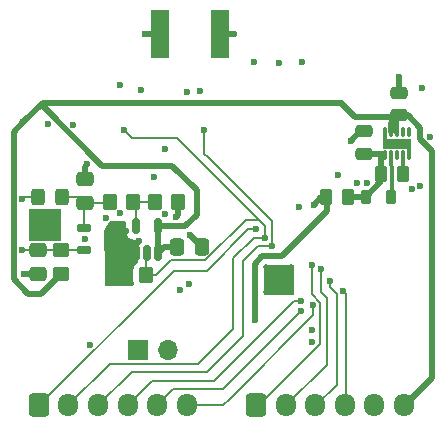
<source format=gbl>
%TF.GenerationSoftware,KiCad,Pcbnew,8.0.8*%
%TF.CreationDate,2025-02-12T15:02:29-05:00*%
%TF.ProjectId,high-power-module,68696768-2d70-46f7-9765-722d6d6f6475,rev?*%
%TF.SameCoordinates,Original*%
%TF.FileFunction,Copper,L4,Bot*%
%TF.FilePolarity,Positive*%
%FSLAX46Y46*%
G04 Gerber Fmt 4.6, Leading zero omitted, Abs format (unit mm)*
G04 Created by KiCad (PCBNEW 8.0.8) date 2025-02-12 15:02:29*
%MOMM*%
%LPD*%
G01*
G04 APERTURE LIST*
G04 Aperture macros list*
%AMRoundRect*
0 Rectangle with rounded corners*
0 $1 Rounding radius*
0 $2 $3 $4 $5 $6 $7 $8 $9 X,Y pos of 4 corners*
0 Add a 4 corners polygon primitive as box body*
4,1,4,$2,$3,$4,$5,$6,$7,$8,$9,$2,$3,0*
0 Add four circle primitives for the rounded corners*
1,1,$1+$1,$2,$3*
1,1,$1+$1,$4,$5*
1,1,$1+$1,$6,$7*
1,1,$1+$1,$8,$9*
0 Add four rect primitives between the rounded corners*
20,1,$1+$1,$2,$3,$4,$5,0*
20,1,$1+$1,$4,$5,$6,$7,0*
20,1,$1+$1,$6,$7,$8,$9,0*
20,1,$1+$1,$8,$9,$2,$3,0*%
G04 Aperture macros list end*
%TA.AperFunction,ComponentPad*%
%ADD10R,1.700000X1.700000*%
%TD*%
%TA.AperFunction,ComponentPad*%
%ADD11O,1.700000X1.700000*%
%TD*%
%TA.AperFunction,SMDPad,CuDef*%
%ADD12R,1.524000X4.064000*%
%TD*%
%TA.AperFunction,ComponentPad*%
%ADD13C,0.500000*%
%TD*%
%TA.AperFunction,SMDPad,CuDef*%
%ADD14R,2.700000X2.700000*%
%TD*%
%TA.AperFunction,ComponentPad*%
%ADD15RoundRect,0.250000X-0.600000X-0.725000X0.600000X-0.725000X0.600000X0.725000X-0.600000X0.725000X0*%
%TD*%
%TA.AperFunction,ComponentPad*%
%ADD16O,1.700000X1.950000*%
%TD*%
%TA.AperFunction,HeatsinkPad*%
%ADD17C,0.500000*%
%TD*%
%TA.AperFunction,HeatsinkPad*%
%ADD18R,2.600000X2.600000*%
%TD*%
%TA.AperFunction,SMDPad,CuDef*%
%ADD19RoundRect,0.250000X-0.337500X-0.475000X0.337500X-0.475000X0.337500X0.475000X-0.337500X0.475000X0*%
%TD*%
%TA.AperFunction,SMDPad,CuDef*%
%ADD20RoundRect,0.250000X-0.350000X-0.450000X0.350000X-0.450000X0.350000X0.450000X-0.350000X0.450000X0*%
%TD*%
%TA.AperFunction,SMDPad,CuDef*%
%ADD21RoundRect,0.250000X0.350000X0.450000X-0.350000X0.450000X-0.350000X-0.450000X0.350000X-0.450000X0*%
%TD*%
%TA.AperFunction,SMDPad,CuDef*%
%ADD22RoundRect,0.250000X0.325000X0.450000X-0.325000X0.450000X-0.325000X-0.450000X0.325000X-0.450000X0*%
%TD*%
%TA.AperFunction,SMDPad,CuDef*%
%ADD23RoundRect,0.250000X-0.475000X0.250000X-0.475000X-0.250000X0.475000X-0.250000X0.475000X0.250000X0*%
%TD*%
%TA.AperFunction,SMDPad,CuDef*%
%ADD24RoundRect,0.162500X-0.447500X-0.162500X0.447500X-0.162500X0.447500X0.162500X-0.447500X0.162500X0*%
%TD*%
%TA.AperFunction,SMDPad,CuDef*%
%ADD25RoundRect,0.250000X0.262500X0.450000X-0.262500X0.450000X-0.262500X-0.450000X0.262500X-0.450000X0*%
%TD*%
%TA.AperFunction,SMDPad,CuDef*%
%ADD26RoundRect,0.250000X-0.475000X0.337500X-0.475000X-0.337500X0.475000X-0.337500X0.475000X0.337500X0*%
%TD*%
%TA.AperFunction,SMDPad,CuDef*%
%ADD27RoundRect,0.017550X-0.117450X0.352450X-0.117450X-0.352450X0.117450X-0.352450X0.117450X0.352450X0*%
%TD*%
%TA.AperFunction,SMDPad,CuDef*%
%ADD28R,2.400000X0.840000*%
%TD*%
%TA.AperFunction,SMDPad,CuDef*%
%ADD29RoundRect,0.250000X0.475000X-0.337500X0.475000X0.337500X-0.475000X0.337500X-0.475000X-0.337500X0*%
%TD*%
%TA.AperFunction,SMDPad,CuDef*%
%ADD30RoundRect,0.150000X0.150000X-0.512500X0.150000X0.512500X-0.150000X0.512500X-0.150000X-0.512500X0*%
%TD*%
%TA.AperFunction,SMDPad,CuDef*%
%ADD31RoundRect,0.250000X0.450000X-0.350000X0.450000X0.350000X-0.450000X0.350000X-0.450000X-0.350000X0*%
%TD*%
%TA.AperFunction,SMDPad,CuDef*%
%ADD32RoundRect,0.250000X0.475000X-0.250000X0.475000X0.250000X-0.475000X0.250000X-0.475000X-0.250000X0*%
%TD*%
%TA.AperFunction,SMDPad,CuDef*%
%ADD33RoundRect,0.218750X0.218750X0.381250X-0.218750X0.381250X-0.218750X-0.381250X0.218750X-0.381250X0*%
%TD*%
%TA.AperFunction,ViaPad*%
%ADD34C,0.600000*%
%TD*%
%TA.AperFunction,Conductor*%
%ADD35C,0.508000*%
%TD*%
%TA.AperFunction,Conductor*%
%ADD36C,0.304800*%
%TD*%
%TA.AperFunction,Conductor*%
%ADD37C,0.152400*%
%TD*%
%TA.AperFunction,Conductor*%
%ADD38C,0.200000*%
%TD*%
G04 APERTURE END LIST*
D10*
%TO.P,J4,1,Pin_1*%
%TO.N,GND*%
X136260000Y-99100000D03*
D11*
%TO.P,J4,2,Pin_2*%
%TO.N,Net-(J4-Pin_2)*%
X138800000Y-99100000D03*
%TD*%
D12*
%TO.P,J2,2,Ext*%
%TO.N,GND*%
X143200000Y-72400000D03*
X138120000Y-72400000D03*
%TD*%
D13*
%TO.P,PA1,25,GND*%
%TO.N,GND*%
X127450000Y-89510000D03*
X128090000Y-89510000D03*
X128730000Y-89510000D03*
X129370000Y-89510000D03*
X127450000Y-88870000D03*
X128090000Y-88870000D03*
X128730000Y-88870000D03*
X129370000Y-88870000D03*
D14*
X128410000Y-88550000D03*
D13*
X127450000Y-88230000D03*
X128090000Y-88230000D03*
X128730000Y-88230000D03*
X129370000Y-88230000D03*
X127450000Y-87590000D03*
X128090000Y-87590000D03*
X128730000Y-87590000D03*
X129370000Y-87590000D03*
%TD*%
D15*
%TO.P,J3,1,Pin_1*%
%TO.N,SDN*%
X127900000Y-103800000D03*
D16*
%TO.P,J3,2,Pin_2*%
%TO.N,GPIO3*%
X130400000Y-103800000D03*
%TO.P,J3,3,Pin_3*%
%TO.N,GPIO2*%
X132900000Y-103800000D03*
%TO.P,J3,4,Pin_4*%
%TO.N,GPIO1*%
X135400000Y-103800000D03*
%TO.P,J3,5,Pin_5*%
%TO.N,GPIO0*%
X137900000Y-103800000D03*
%TO.P,J3,6,Pin_6*%
%TO.N,IRQ*%
X140400000Y-103800000D03*
%TD*%
D15*
%TO.P,J1,1,Pin_1*%
%TO.N,CS*%
X146300000Y-103800000D03*
D16*
%TO.P,J1,2,Pin_2*%
%TO.N,MOSI*%
X148800000Y-103800000D03*
%TO.P,J1,3,Pin_3*%
%TO.N,MISO*%
X151300000Y-103800000D03*
%TO.P,J1,4,Pin_4*%
%TO.N,SCLK*%
X153800000Y-103800000D03*
%TO.P,J1,5,Pin_5*%
%TO.N,GND*%
X156300000Y-103800000D03*
%TO.P,J1,6,Pin_6*%
%TO.N,+5V*%
X158800000Y-103800000D03*
%TD*%
D17*
%TO.P,U1,21,GND*%
%TO.N,GND*%
X147150000Y-92125000D03*
X147150000Y-94225000D03*
D18*
X148200000Y-93175000D03*
D17*
X149250000Y-92125000D03*
X149250000Y-94225000D03*
%TD*%
D19*
%TO.P,CB5,1*%
%TO.N,+5V*%
X139600000Y-90400000D03*
%TO.P,CB5,2*%
%TO.N,GND*%
X141675000Y-90400000D03*
%TD*%
D20*
%TO.P,R13,1*%
%TO.N,AND*%
X133900000Y-86600000D03*
%TO.P,R13,2*%
%TO.N,Net-(R13-Pad2)*%
X135900000Y-86600000D03*
%TD*%
D21*
%TO.P,R2,1*%
%TO.N,GND*%
X139700000Y-86600000D03*
%TO.P,R2,2*%
%TO.N,Net-(R13-Pad2)*%
X137700000Y-86600000D03*
%TD*%
D22*
%TO.P,R3,1,1*%
%TO.N,AND*%
X129850000Y-86200000D03*
%TO.P,R3,2,2*%
%TO.N,Net-(PA1-Iref)*%
X127800000Y-86200000D03*
%TD*%
D23*
%TO.P,CIN1,1*%
%TO.N,GND*%
X158400000Y-77350000D03*
%TO.P,CIN1,2*%
%TO.N,+5V*%
X158400000Y-79250000D03*
%TD*%
D24*
%TO.P,D1,1,K*%
%TO.N,Net-(PA1-Vbias)*%
X131700000Y-90650000D03*
%TO.P,D1,2,K*%
%TO.N,AND*%
X131700000Y-88750000D03*
%TO.P,D1,3,A*%
%TO.N,GND*%
X134320000Y-89700000D03*
%TD*%
D25*
%TO.P,R16,1*%
%TO.N,Net-(U3-PG)*%
X158712500Y-84250000D03*
%TO.P,R16,2*%
%TO.N,Net-(U3-VOS)*%
X156887500Y-84250000D03*
%TD*%
%TO.P,R17,1*%
%TO.N,Net-(U3-VOS)*%
X154025000Y-86200000D03*
%TO.P,R17,2*%
%TO.N,+3.3V*%
X152200000Y-86200000D03*
%TD*%
D26*
%TO.P,C4,1*%
%TO.N,GND*%
X131800000Y-84625000D03*
%TO.P,C4,2*%
%TO.N,AND*%
X131800000Y-86700000D03*
%TD*%
D20*
%TO.P,R15,1*%
%TO.N,GND*%
X135000000Y-92800000D03*
%TO.P,R15,2*%
%TO.N,GPIO3*%
X137000000Y-92800000D03*
%TD*%
D27*
%TO.P,U3,1,PGND*%
%TO.N,GND*%
X157200000Y-80650000D03*
%TO.P,U3,2,VIN*%
%TO.N,+5V*%
X157700000Y-80650000D03*
%TO.P,U3,3,EN*%
X158200000Y-80650000D03*
%TO.P,U3,4,NC*%
%TO.N,unconnected-(U3-NC-Pad4)*%
X158700000Y-80650000D03*
%TO.P,U3,5,FB*%
%TO.N,unconnected-(U3-FB-Pad5)*%
X159200000Y-80650000D03*
%TO.P,U3,6,AGND*%
%TO.N,GND*%
X159200000Y-82640000D03*
%TO.P,U3,7,PG*%
%TO.N,Net-(U3-PG)*%
X158700000Y-82640000D03*
%TO.P,U3,8,SLEEP*%
%TO.N,unconnected-(U3-SLEEP-Pad8)*%
X158200000Y-82640000D03*
%TO.P,U3,9,SW*%
%TO.N,Net-(U3-SW)*%
X157700000Y-82640000D03*
%TO.P,U3,10,VOS*%
%TO.N,Net-(U3-VOS)*%
X157200000Y-82640000D03*
D28*
%TO.P,U3,11,EXP*%
%TO.N,GND*%
X158200000Y-81645000D03*
D13*
%TO.P,U3,P1,EXP__1*%
X157250001Y-81645000D03*
%TO.P,U3,P2,EXP__2*%
X158200000Y-81645000D03*
%TO.P,U3,P3,EXP__3*%
X159149999Y-81645000D03*
%TD*%
D29*
%TO.P,C3,1*%
%TO.N,GND*%
X127800000Y-92700000D03*
%TO.P,C3,2*%
%TO.N,Net-(PA1-Vbias)*%
X127800000Y-90625000D03*
%TD*%
D30*
%TO.P,U2,1*%
%TO.N,+5V*%
X138000000Y-90875000D03*
%TO.P,U2,2*%
%TO.N,GPIO3*%
X137050000Y-90875000D03*
%TO.P,U2,3,GND*%
%TO.N,GND*%
X136100000Y-90875000D03*
%TO.P,U2,4*%
%TO.N,Net-(R13-Pad2)*%
X136100000Y-88600000D03*
%TO.P,U2,5,VCC*%
%TO.N,+5V*%
X138000000Y-88600000D03*
%TD*%
D31*
%TO.P,R1,1*%
%TO.N,+5V*%
X129800000Y-92650000D03*
%TO.P,R1,2*%
%TO.N,Net-(PA1-Vbias)*%
X129800000Y-90650000D03*
%TD*%
D32*
%TO.P,COUT1,1*%
%TO.N,Net-(U3-VOS)*%
X155400000Y-82500000D03*
%TO.P,COUT1,2*%
%TO.N,GND*%
X155400000Y-80600000D03*
%TD*%
D33*
%TO.P,L5,1,1*%
%TO.N,Net-(U3-SW)*%
X157687500Y-86150000D03*
%TO.P,L5,2,2*%
%TO.N,Net-(U3-VOS)*%
X155562500Y-86150000D03*
%TD*%
D34*
%TO.N,GND*%
X161022804Y-81077196D03*
X146100000Y-74700000D03*
X158400000Y-76043600D03*
X134500000Y-88750000D03*
X153250000Y-84300000D03*
X151000000Y-97450000D03*
X140600000Y-93550000D03*
X144450000Y-72400000D03*
X126600000Y-92650000D03*
X154300000Y-81400000D03*
X139500000Y-87893600D03*
X136500000Y-77100000D03*
X132000000Y-83400000D03*
X150150000Y-74750000D03*
X154800000Y-85000000D03*
X136900000Y-72400000D03*
X136400000Y-89900000D03*
X155650000Y-85000000D03*
X132227920Y-98727920D03*
X134741634Y-87555100D03*
X159500000Y-85450000D03*
X151000000Y-98450000D03*
X160300000Y-76900000D03*
X149900000Y-87000000D03*
X133933429Y-93058540D03*
X139800000Y-94000000D03*
X140400000Y-77300000D03*
X160193600Y-85200000D03*
X141500000Y-77200000D03*
X137600000Y-84500000D03*
X133600000Y-87900000D03*
X138600000Y-87600000D03*
X138600000Y-82100000D03*
X128700000Y-80000000D03*
X135300000Y-89000000D03*
X131800000Y-89700000D03*
X130797804Y-80102196D03*
X134800000Y-76700000D03*
X148200000Y-74800000D03*
X140700000Y-89400000D03*
%TO.N,Net-(PA1-Vbias)*%
X126500000Y-90650000D03*
%TO.N,+5V*%
X126550000Y-79850000D03*
X153496000Y-78200000D03*
%TO.N,GPIO3*%
X147000000Y-89600000D03*
X135100000Y-80500000D03*
%TO.N,GPIO2*%
X147600000Y-90300000D03*
X141900000Y-80500000D03*
%TO.N,+3.3V*%
X151200000Y-86800000D03*
X146150000Y-96550000D03*
%TO.N,CS*%
X151000000Y-91900000D03*
%TO.N,GPIO1*%
X150100000Y-95000000D03*
%TO.N,GPIO0*%
X150100000Y-95800000D03*
%TO.N,IRQ*%
X151126223Y-95273777D03*
%TO.N,MOSI*%
X151800000Y-92300000D03*
%TO.N,SCLK*%
X153600000Y-94100000D03*
%TO.N,MISO*%
X152500000Y-93300000D03*
%TO.N,SDN*%
X146300000Y-88900000D03*
%TO.N,Net-(PA1-Iref)*%
X126461012Y-86343488D03*
%TD*%
D35*
%TO.N,GND*%
X141675000Y-90375000D02*
X140700000Y-89400000D01*
X135000000Y-92800000D02*
X135000000Y-91975000D01*
D36*
X157250001Y-81645000D02*
X157182600Y-81577599D01*
D35*
X139700000Y-87693600D02*
X139500000Y-87893600D01*
X136100000Y-90875000D02*
X136100000Y-90500000D01*
X134191969Y-92800000D02*
X133933429Y-93058540D01*
X127800000Y-92700000D02*
X126650000Y-92700000D01*
X155400000Y-80600000D02*
X155100000Y-80600000D01*
X139700000Y-86600000D02*
X139700000Y-87693600D01*
X134320000Y-89700000D02*
X134320000Y-88930000D01*
X131800000Y-83600000D02*
X132000000Y-83400000D01*
X141675000Y-90400000D02*
X141675000Y-90375000D01*
X135000000Y-92800000D02*
X134191969Y-92800000D01*
X158400000Y-77350000D02*
X158400000Y-76043600D01*
X131800000Y-84625000D02*
X131800000Y-83600000D01*
X134320000Y-88930000D02*
X134500000Y-88750000D01*
X155100000Y-80600000D02*
X154300000Y-81400000D01*
D36*
X159149999Y-81645000D02*
X159217300Y-81712301D01*
D35*
X126650000Y-92700000D02*
X126600000Y-92650000D01*
D36*
X159217300Y-81712301D02*
X159217300Y-82640000D01*
D35*
X143200000Y-72400000D02*
X144450000Y-72400000D01*
X136100000Y-90200000D02*
X136400000Y-89900000D01*
D36*
X157182600Y-81577599D02*
X157182600Y-80650000D01*
D35*
X136100000Y-90875000D02*
X136100000Y-90200000D01*
X135000000Y-91975000D02*
X136100000Y-90875000D01*
X138120000Y-72400000D02*
X136900000Y-72400000D01*
D37*
%TO.N,Net-(PA1-Vbias)*%
X126525000Y-90625000D02*
X126500000Y-90650000D01*
X127800000Y-90625000D02*
X126525000Y-90625000D01*
X129750000Y-90650000D02*
X129725000Y-90625000D01*
X131700000Y-90650000D02*
X129800000Y-90650000D01*
X129725000Y-90625000D02*
X127800000Y-90625000D01*
X129800000Y-90650000D02*
X129750000Y-90650000D01*
D38*
%TO.N,AND*%
X133800000Y-86700000D02*
X133900000Y-86600000D01*
X129850000Y-86200000D02*
X131300000Y-86200000D01*
X131700000Y-88750000D02*
X131700000Y-86800000D01*
X131300000Y-86200000D02*
X131800000Y-86700000D01*
X131700000Y-86800000D02*
X131800000Y-86700000D01*
X131800000Y-86700000D02*
X133800000Y-86700000D01*
D35*
%TO.N,+5V*%
X158400000Y-79250000D02*
X158300000Y-79350000D01*
X138475000Y-90400000D02*
X138000000Y-90875000D01*
X125754612Y-80645388D02*
X125754612Y-93104612D01*
X161200000Y-101450000D02*
X161200000Y-82250000D01*
X141250000Y-87650000D02*
X141250000Y-85550000D01*
X138000000Y-90875000D02*
X138000000Y-88600000D01*
X154646000Y-79350000D02*
X153496000Y-78200000D01*
X125754612Y-93104612D02*
X127000000Y-94350000D01*
X160200000Y-80325000D02*
X159125000Y-79250000D01*
X159125000Y-79250000D02*
X158400000Y-79250000D01*
X158850000Y-103800000D02*
X161200000Y-101450000D01*
X128100000Y-94350000D02*
X129800000Y-92650000D01*
X161200000Y-82250000D02*
X160200000Y-81250000D01*
X158400000Y-79250000D02*
X157741400Y-79908600D01*
X153496000Y-78200000D02*
X128200000Y-78200000D01*
X158400000Y-79250000D02*
X158111000Y-79539000D01*
X128200000Y-78200000D02*
X126550000Y-79850000D01*
X128200000Y-78500000D02*
X128200000Y-78200000D01*
X158111000Y-79539000D02*
X158111000Y-80650000D01*
X139600000Y-90400000D02*
X138475000Y-90400000D01*
X133200000Y-83500000D02*
X128200000Y-78500000D01*
X138000000Y-88600000D02*
X140300000Y-88600000D01*
X139200000Y-83500000D02*
X133200000Y-83500000D01*
X141250000Y-85550000D02*
X139200000Y-83500000D01*
X158300000Y-79350000D02*
X154646000Y-79350000D01*
X160200000Y-81250000D02*
X160200000Y-80325000D01*
X127000000Y-94350000D02*
X128100000Y-94350000D01*
X157741400Y-79908600D02*
X157741400Y-80650000D01*
X140300000Y-88600000D02*
X141250000Y-87650000D01*
X126550000Y-79850000D02*
X125754612Y-80645388D01*
D37*
%TO.N,GPIO3*%
X146500000Y-88100000D02*
X145400000Y-88100000D01*
X139600000Y-81200000D02*
X136800000Y-81200000D01*
X147000000Y-89600000D02*
X147000000Y-88600000D01*
X137000000Y-90925000D02*
X137050000Y-90875000D01*
X130400000Y-103800000D02*
X133900000Y-100300000D01*
X146100000Y-89600000D02*
X147000000Y-89600000D01*
X147000000Y-88600000D02*
X146500000Y-88100000D01*
X141350000Y-100300000D02*
X144350000Y-97300000D01*
X146500000Y-88100000D02*
X139600000Y-81200000D01*
X135800000Y-81200000D02*
X135100000Y-80500000D01*
X142000000Y-91500000D02*
X139100000Y-91500000D01*
X139100000Y-91500000D02*
X137800000Y-92800000D01*
X136800000Y-81200000D02*
X135800000Y-81200000D01*
X137000000Y-92800000D02*
X137000000Y-90925000D01*
X133900000Y-100300000D02*
X141350000Y-100300000D01*
X144350000Y-91350000D02*
X146100000Y-89600000D01*
X137800000Y-92800000D02*
X137000000Y-92800000D01*
X144350000Y-97300000D02*
X144350000Y-91350000D01*
X145400000Y-88100000D02*
X142000000Y-91500000D01*
%TO.N,GPIO2*%
X135750000Y-100950000D02*
X142150000Y-100950000D01*
X147600000Y-90300000D02*
X147600000Y-88200000D01*
X142200000Y-82800000D02*
X141900000Y-82500000D01*
X145200000Y-97900000D02*
X145200000Y-91550000D01*
X146450000Y-90300000D02*
X147600000Y-90300000D01*
X141900000Y-82500000D02*
X141900000Y-80500000D01*
X132900000Y-103800000D02*
X135750000Y-100950000D01*
X145200000Y-91550000D02*
X146450000Y-90300000D01*
X142150000Y-100950000D02*
X145200000Y-97900000D01*
X147600000Y-88200000D02*
X142200000Y-82800000D01*
D35*
%TO.N,+3.3V*%
X152287500Y-86200000D02*
X152287500Y-87362500D01*
X151800000Y-86200000D02*
X151200000Y-86800000D01*
X146150000Y-91812200D02*
X146150000Y-96550000D01*
X146762200Y-91200000D02*
X146150000Y-91812200D01*
X148450000Y-91200000D02*
X146762200Y-91200000D01*
X152287500Y-86200000D02*
X151800000Y-86200000D01*
X152287500Y-87362500D02*
X148450000Y-91200000D01*
D37*
%TO.N,CS*%
X146500000Y-103800000D02*
X151700000Y-98600000D01*
X151700000Y-95100000D02*
X151000000Y-94400000D01*
X146350000Y-103800000D02*
X146500000Y-103800000D01*
X151700000Y-98600000D02*
X151700000Y-95100000D01*
X151000000Y-94400000D02*
X151000000Y-91900000D01*
%TO.N,GPIO1*%
X149500000Y-95000000D02*
X150100000Y-95000000D01*
X137450000Y-101750000D02*
X142750000Y-101750000D01*
X142750000Y-101750000D02*
X149500000Y-95000000D01*
X135400000Y-103800000D02*
X137450000Y-101750000D01*
%TO.N,GPIO0*%
X143450000Y-102450000D02*
X150100000Y-95800000D01*
X137900000Y-103900000D02*
X138150000Y-103900000D01*
X137900000Y-103800000D02*
X139250000Y-102450000D01*
X139250000Y-102450000D02*
X143450000Y-102450000D01*
%TO.N,IRQ*%
X151126223Y-96173777D02*
X151126223Y-95273777D01*
X140400000Y-103800000D02*
X143500000Y-103800000D01*
X144050000Y-103250000D02*
X151126223Y-96173777D01*
X143500000Y-103800000D02*
X144050000Y-103250000D01*
%TO.N,MOSI*%
X148850000Y-103800000D02*
X152300000Y-100350000D01*
X152300000Y-100350000D02*
X152300000Y-99950000D01*
X151800000Y-94200000D02*
X151800000Y-92300000D01*
X152300000Y-99950000D02*
X152300000Y-94700000D01*
X152300000Y-94700000D02*
X151800000Y-94200000D01*
%TO.N,SCLK*%
X153900000Y-103750000D02*
X153900000Y-94400000D01*
X153850000Y-103800000D02*
X153900000Y-103750000D01*
X153900000Y-94400000D02*
X153600000Y-94100000D01*
%TO.N,MISO*%
X153100000Y-102050000D02*
X153100000Y-101600000D01*
X151350000Y-103800000D02*
X153100000Y-102050000D01*
X152500000Y-93800000D02*
X152500000Y-93300000D01*
X153100000Y-101600000D02*
X153100000Y-94400000D01*
X153100000Y-94400000D02*
X152500000Y-93800000D01*
%TO.N,SDN*%
X142100000Y-92400000D02*
X145600000Y-88900000D01*
X127900000Y-103800000D02*
X139300000Y-92400000D01*
X139300000Y-92400000D02*
X142100000Y-92400000D01*
X145600000Y-88900000D02*
X146300000Y-88900000D01*
%TO.N,Net-(PA1-Iref)*%
X127800000Y-86200000D02*
X126604500Y-86200000D01*
X126604500Y-86200000D02*
X126461012Y-86343488D01*
%TO.N,Net-(R13-Pad2)*%
X136100000Y-88600000D02*
X136100000Y-86800000D01*
X136100000Y-86800000D02*
X135900000Y-86600000D01*
X135900000Y-86600000D02*
X137700000Y-86600000D01*
D36*
%TO.N,Net-(U3-SW)*%
X157687500Y-86150000D02*
X157800000Y-86037500D01*
X157700000Y-83491150D02*
X157700000Y-82640000D01*
X157800000Y-86037500D02*
X157800000Y-83591150D01*
X157800000Y-83591150D02*
X157700000Y-83491150D01*
%TO.N,Net-(U3-PG)*%
X158712500Y-82652500D02*
X158700000Y-82640000D01*
X158712500Y-84250000D02*
X158712500Y-82652500D01*
D35*
%TO.N,Net-(U3-VOS)*%
X155562500Y-86150000D02*
X154162500Y-86150000D01*
X156887500Y-84062500D02*
X157111000Y-83839000D01*
X156887500Y-84250000D02*
X156887500Y-82846100D01*
X156887500Y-84250000D02*
X156887500Y-84825000D01*
X156887500Y-82846100D02*
X157093600Y-82640000D01*
X156887500Y-84825000D02*
X155562500Y-86150000D01*
X154162500Y-86150000D02*
X154112500Y-86200000D01*
X156953600Y-82500000D02*
X157093600Y-82640000D01*
X155400000Y-82500000D02*
X156953600Y-82500000D01*
X156887500Y-84250000D02*
X156887500Y-84062500D01*
%TD*%
%TA.AperFunction,Conductor*%
%TO.N,GND*%
G36*
X135195817Y-88219685D02*
G01*
X135235887Y-88261520D01*
X135282609Y-88341615D01*
X135299500Y-88404095D01*
X135299500Y-89178201D01*
X135302401Y-89215067D01*
X135302402Y-89215073D01*
X135348254Y-89372893D01*
X135348255Y-89372896D01*
X135431917Y-89514362D01*
X135431923Y-89514370D01*
X135548129Y-89630576D01*
X135548133Y-89630579D01*
X135548135Y-89630581D01*
X135689602Y-89714244D01*
X135691867Y-89714902D01*
X135847426Y-89760097D01*
X135847429Y-89760097D01*
X135847431Y-89760098D01*
X135884306Y-89763000D01*
X135884314Y-89763000D01*
X136282105Y-89763000D01*
X136349144Y-89782685D01*
X136394899Y-89835489D01*
X136404843Y-89904647D01*
X136384328Y-89952996D01*
X136385890Y-89953920D01*
X136298255Y-90102103D01*
X136298254Y-90102106D01*
X136252402Y-90259926D01*
X136252401Y-90259932D01*
X136249500Y-90296798D01*
X136249500Y-91453201D01*
X136252401Y-91490067D01*
X136252402Y-91490073D01*
X136281117Y-91588908D01*
X136280918Y-91658777D01*
X136242976Y-91717447D01*
X136227139Y-91729041D01*
X136181344Y-91757287D01*
X136057289Y-91881342D01*
X135965187Y-92030663D01*
X135965185Y-92030668D01*
X135937349Y-92114670D01*
X135910001Y-92197203D01*
X135910001Y-92197204D01*
X135910000Y-92197204D01*
X135899500Y-92299983D01*
X135899500Y-93300001D01*
X135899501Y-93300019D01*
X135910000Y-93402795D01*
X135912599Y-93410637D01*
X135918526Y-93459145D01*
X135908807Y-93585509D01*
X135884039Y-93650842D01*
X135827882Y-93692412D01*
X135785172Y-93700000D01*
X133621334Y-93700000D01*
X133554295Y-93680315D01*
X133508540Y-93627511D01*
X133497363Y-93578695D01*
X133469565Y-92299983D01*
X133400729Y-89133563D01*
X133416305Y-89070651D01*
X133864568Y-88263780D01*
X133914332Y-88214737D01*
X133972963Y-88200000D01*
X135128778Y-88200000D01*
X135195817Y-88219685D01*
G37*
%TD.AperFunction*%
%TD*%
M02*

</source>
